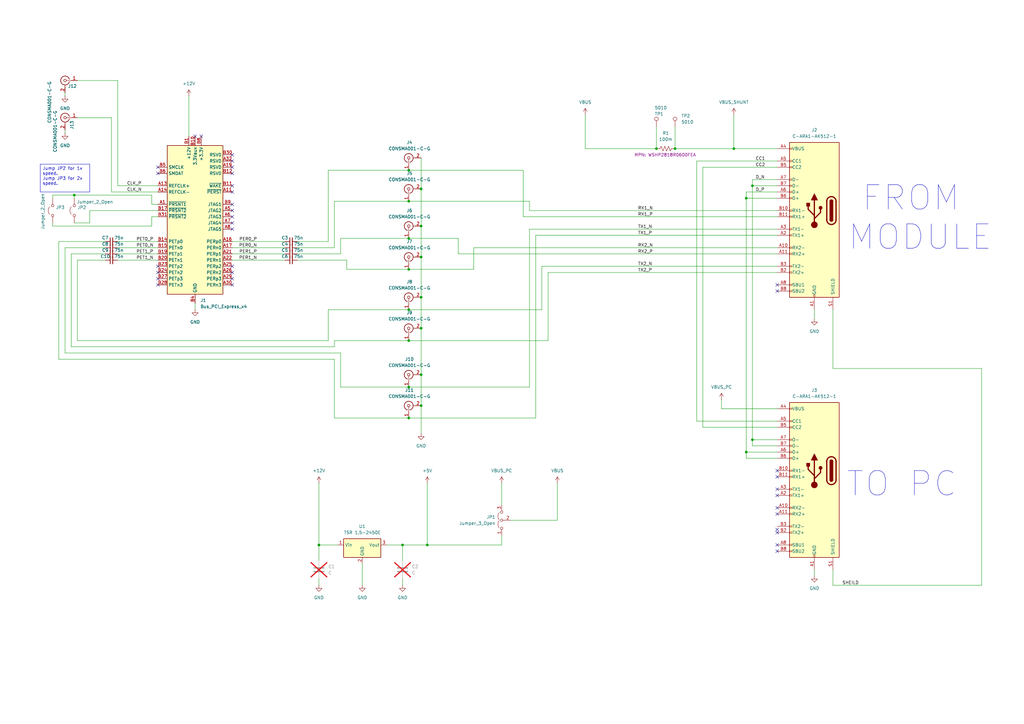
<source format=kicad_sch>
(kicad_sch (version 20250114) (generator "eeschema") (generator_version "9.0")
  (paper "A3")
  (lib_symbols
    (symbol "Connector:Bus_PCI_Express_x4"
      (property "Reference" "J" (at -8.89 33.02 0))
      (property "Value" "Bus_PCI_Express_x4" (at 12.7 33.02 0))
      (symbol "Bus_PCI_Express_x4_0_1"
        (rectangle (start -11.43 31.75) (end 11.43 -29.21) (stroke (width 0.254)) (fill (type background)))
      )
      (symbol "Bus_PCI_Express_x4_1_1"
        (pin input line (at -15.24 22.86 0) (length 3.81) (name "SMCLK") (number "B5"))
        (pin bidirectional line (at -15.24 20.32 0) (length 3.81) (name "SMDAT") (number "B6"))
        (pin input line (at -15.24 15.24 0) (length 3.81) (name "REFCLK+") (number "A13"))
        (pin input line (at -15.24 12.7 0) (length 3.81) (name "REFCLK-") (number "A14"))
        (pin passive line (at -15.24 7.62 0) (length 3.81) (name "~{PRSNT1}") (number "A1"))
        (pin passive line (at -15.24 5.08 0) (length 3.81) (name "~{PRSNT2}") (number "B17"))
        (pin passive line (at -15.24 2.54 0) (length 3.81) (name "~{PRSNT2}") (number "B31"))
        (pin input line (at -15.24 -7.62 0) (length 3.81) (name "PETp0") (number "B14"))
        (pin input line (at -15.24 -10.16 0) (length 3.81) (name "PETn0") (number "B15"))
        (pin input line (at -15.24 -12.7 0) (length 3.81) (name "PETp1") (number "B19"))
        (pin input line (at -15.24 -15.24 0) (length 3.81) (name "PETn1") (number "B20"))
        (pin input line (at -15.24 -17.78 0) (length 3.81) (name "PETp2") (number "B23"))
        (pin input line (at -15.24 -20.32 0) (length 3.81) (name "PETn2") (number "B24"))
        (pin input line (at -15.24 -22.86 0) (length 3.81) (name "PETp3") (number "B27"))
        (pin input line (at -15.24 -25.4 0) (length 3.81) (name "PETn3") (number "B28"))
        (pin passive line (at -2.54 35.56 270) (length 3.81) (hide yes) (name "+12V") (number "A2"))
        (pin passive line (at -2.54 35.56 270) (length 3.81) (hide yes) (name "+12V") (number "A3"))
        (pin power_in line (at -2.54 35.56 270) (length 3.81) (name "+12V") (number "B1"))
        (pin passive line (at -2.54 35.56 270) (length 3.81) (hide yes) (name "+12V") (number "B2"))
        (pin passive line (at -2.54 35.56 270) (length 3.81) (hide yes) (name "+12V") (number "B3"))
        (pin power_in line (at 0 35.56 270) (length 3.81) (name "3.3Vaux") (number "B10"))
        (pin passive line (at 0 -33.02 90) (length 3.81) (hide yes) (name "GND") (number "A12"))
        (pin passive line (at 0 -33.02 90) (length 3.81) (hide yes) (name "GND") (number "A15"))
        (pin passive line (at 0 -33.02 90) (length 3.81) (hide yes) (name "GND") (number "A18"))
        (pin passive line (at 0 -33.02 90) (length 3.81) (hide yes) (name "GND") (number "A20"))
        (pin passive line (at 0 -33.02 90) (length 3.81) (hide yes) (name "GND") (number "A23"))
        (pin passive line (at 0 -33.02 90) (length 3.81) (hide yes) (name "GND") (number "A24"))
        (pin passive line (at 0 -33.02 90) (length 3.81) (hide yes) (name "GND") (number "A27"))
        (pin passive line (at 0 -33.02 90) (length 3.81) (hide yes) (name "GND") (number "A28"))
        (pin passive line (at 0 -33.02 90) (length 3.81) (hide yes) (name "GND") (number "A31"))
        (pin passive line (at 0 -33.02 90) (length 3.81) (hide yes) (name "GND") (number "A4"))
        (pin passive line (at 0 -33.02 90) (length 3.81) (hide yes) (name "GND") (number "B13"))
        (pin passive line (at 0 -33.02 90) (length 3.81) (hide yes) (name "GND") (number "B16"))
        (pin passive line (at 0 -33.02 90) (length 3.81) (hide yes) (name "GND") (number "B18"))
        (pin passive line (at 0 -33.02 90) (length 3.81) (hide yes) (name "GND") (number "B21"))
        (pin passive line (at 0 -33.02 90) (length 3.81) (hide yes) (name "GND") (number "B22"))
        (pin passive line (at 0 -33.02 90) (length 3.81) (hide yes) (name "GND") (number "B25"))
        (pin passive line (at 0 -33.02 90) (length 3.81) (hide yes) (name "GND") (number "B26"))
        (pin passive line (at 0 -33.02 90) (length 3.81) (hide yes) (name "GND") (number "B29"))
        (pin passive line (at 0 -33.02 90) (length 3.81) (hide yes) (name "GND") (number "B32"))
        (pin power_in line (at 0 -33.02 90) (length 3.81) (name "GND") (number "B4"))
        (pin passive line (at 0 -33.02 90) (length 3.81) (hide yes) (name "GND") (number "B7"))
        (pin passive line (at 2.54 35.56 270) (length 3.81) (hide yes) (name "+3.3V") (number "A10"))
        (pin passive line (at 2.54 35.56 270) (length 3.81) (hide yes) (name "+3.3V") (number "A9"))
        (pin power_in line (at 2.54 35.56 270) (length 3.81) (name "+3.3V") (number "B8"))
        (pin passive line (at 15.24 27.94 180) (length 3.81) (name "RSVD") (number "B30"))
        (pin passive line (at 15.24 25.4 180) (length 3.81) (name "RSVD") (number "A32"))
        (pin passive line (at 15.24 22.86 180) (length 3.81) (name "RSVD") (number "A19"))
        (pin passive line (at 15.24 20.32 180) (length 3.81) (name "RSVD") (number "B12"))
        (pin open_collector line (at 15.24 15.24 180) (length 3.81) (name "~{WAKE}") (number "B11"))
        (pin input line (at 15.24 12.7 180) (length 3.81) (name "~{PERST}") (number "A11"))
        (pin input line (at 15.24 7.62 180) (length 3.81) (name "JTAG1") (number "B9"))
        (pin input line (at 15.24 5.08 180) (length 3.81) (name "JTAG2") (number "A5"))
        (pin input line (at 15.24 2.54 180) (length 3.81) (name "JTAG3") (number "A6"))
        (pin output line (at 15.24 0 180) (length 3.81) (name "JTAG4") (number "A7"))
        (pin input line (at 15.24 -2.54 180) (length 3.81) (name "JTAG5") (number "A8"))
        (pin output line (at 15.24 -7.62 180) (length 3.81) (name "PERp0") (number "A16"))
        (pin output line (at 15.24 -10.16 180) (length 3.81) (name "PERn0") (number "A17"))
        (pin output line (at 15.24 -12.7 180) (length 3.81) (name "PERp1") (number "A21"))
        (pin output line (at 15.24 -15.24 180) (length 3.81) (name "PERn1") (number "A22"))
        (pin output line (at 15.24 -17.78 180) (length 3.81) (name "PERp2") (number "A25"))
        (pin output line (at 15.24 -20.32 180) (length 3.81) (name "PERn2") (number "A26"))
        (pin output line (at 15.24 -22.86 180) (length 3.81) (name "PERp3") (number "A29"))
        (pin output line (at 15.24 -25.4 180) (length 3.81) (name "PERn3") (number "A30"))
      )
    )
    (symbol "Connector:Conn_Coaxial" (pin_names (offset 1.016) (hide yes))
      (property "Reference" "J" (at 0.254 3.048 0))
      (property "Value" "Conn_Coaxial" (at 2.921 0 90))
      (symbol "Conn_Coaxial_0_1"
        (polyline (pts (xy -2.54 0) (xy -0.508 0)))
        (arc (start 1.778 0) (mid 0.222 -1.8079) (end -1.778 -0.508) (stroke (width 0.254)))
        (arc (start -1.778 0.508) (mid 0.2221 1.8084) (end 1.778 0) (stroke (width 0.254)))
        (circle (center 0 0) (radius 0.508) (stroke (width 0.2032)))
        (polyline (pts (xy 0 -2.54) (xy 0 -1.778)))
      )
      (symbol "Conn_Coaxial_1_1"
        (pin passive line (at -5.08 0 0) (length 2.54) (name "In") (number "1"))
        (pin passive line (at 0 -5.08 90) (length 2.54) (name "Ext") (number "2"))
      )
    )
    (symbol "Connector:TestPoint" (pin_numbers (hide yes)) (pin_names (offset 0.762) (hide yes))
      (property "Reference" "TP" (at 0 6.858 0))
      (property "Value" "TestPoint" (at 0 5.08 0))
      (symbol "TestPoint_0_1"
        (circle (center 0 3.302) (radius 0.762))
      )
      (symbol "TestPoint_1_1"
        (pin passive line (at 0 0 90) (length 2.54) (name "1") (number "1"))
      )
    )
    (symbol "Connector:USB_C_Receptacle" (pin_names (offset 1.016))
      (property "Reference" "J" (at -10.16 29.21 0))
      (property "Value" "USB_C_Receptacle" (at 10.16 29.21 0))
      (symbol "USB_C_Receptacle_0_0"
        (rectangle (start -0.254 -35.56) (end 0.254 -34.544))
        (rectangle (start 10.16 25.654) (end 9.144 25.146))
        (rectangle (start 10.16 20.574) (end 9.144 20.066))
        (rectangle (start 10.16 18.034) (end 9.144 17.526))
        (rectangle (start 10.16 12.954) (end 9.144 12.446))
        (rectangle (start 10.16 10.414) (end 9.144 9.906))
        (rectangle (start 10.16 7.874) (end 9.144 7.366))
        (rectangle (start 10.16 5.334) (end 9.144 4.826))
        (rectangle (start 10.16 0.254) (end 9.144 -0.254))
        (rectangle (start 10.16 -2.286) (end 9.144 -2.794))
        (rectangle (start 10.16 -7.366) (end 9.144 -7.874))
        (rectangle (start 10.16 -9.906) (end 9.144 -10.414))
        (rectangle (start 10.16 -14.986) (end 9.144 -15.494))
        (rectangle (start 10.16 -17.526) (end 9.144 -18.034))
        (rectangle (start 10.16 -22.606) (end 9.144 -23.114))
        (rectangle (start 10.16 -25.146) (end 9.144 -25.654))
        (rectangle (start 10.16 -30.226) (end 9.144 -30.734))
        (rectangle (start 10.16 -32.766) (end 9.144 -33.274))
      )
      (symbol "USB_C_Receptacle_0_1"
        (rectangle (start -10.16 27.94) (end 10.16 -35.56) (stroke (width 0.254)) (fill (type background)))
        (polyline (pts (xy -8.89 -3.81) (xy -8.89 3.81)) (stroke (width 0.508)))
        (rectangle (start -7.62 -3.81) (end -6.35 3.81) (stroke (width 0.254)) (fill (type outline)))
        (arc (start -7.62 3.81) (mid -6.985 4.4423) (end -6.35 3.81) (stroke (width 0.254)))
        (arc (start -7.62 3.81) (mid -6.985 4.4423) (end -6.35 3.81) (stroke (width 0.254)) (fill (type outline)))
        (arc (start -8.89 3.81) (mid -6.985 5.7067) (end -5.08 3.81) (stroke (width 0.508)))
        (arc (start -5.08 -3.81) (mid -6.985 -5.7067) (end -8.89 -3.81) (stroke (width 0.508)))
        (arc (start -6.35 -3.81) (mid -6.985 -4.4423) (end -7.62 -3.81) (stroke (width 0.254)))
        (arc (start -6.35 -3.81) (mid -6.985 -4.4423) (end -7.62 -3.81) (stroke (width 0.254)) (fill (type outline)))
        (polyline (pts (xy -5.08 3.81) (xy -5.08 -3.81)) (stroke (width 0.508)))
      )
      (symbol "USB_C_Receptacle_1_1"
        (circle (center -2.54 1.143) (radius 0.635) (stroke (width 0.254)) (fill (type outline)))
        (polyline (pts (xy -1.27 4.318) (xy 0 6.858) (xy 1.27 4.318) (xy -1.27 4.318)) (stroke (width 0.254)) (fill (type outline)))
        (polyline (pts (xy 0 -2.032) (xy 2.54 0.508) (xy 2.54 1.778)) (stroke (width 0.508)))
        (polyline (pts (xy 0 -3.302) (xy -2.54 -0.762) (xy -2.54 0.508)) (stroke (width 0.508)))
        (polyline (pts (xy 0 -5.842) (xy 0 4.318)) (stroke (width 0.508)))
        (circle (center 0 -5.842) (radius 1.27) (fill (type outline)))
        (rectangle (start 1.905 1.778) (end 3.175 3.048) (stroke (width 0.254)) (fill (type outline)))
        (pin passive line (at -7.62 -40.64 90) (length 5.08) (name "SHIELD") (number "S1"))
        (pin passive line (at 0 -40.64 90) (length 5.08) (name "GND") (number "A1"))
        (pin passive line (at 0 -40.64 90) (length 5.08) (hide yes) (name "GND") (number "A12"))
        (pin passive line (at 0 -40.64 90) (length 5.08) (hide yes) (name "GND") (number "B1"))
        (pin passive line (at 0 -40.64 90) (length 5.08) (hide yes) (name "GND") (number "B12"))
        (pin passive line (at 15.24 25.4 180) (length 5.08) (name "VBUS") (number "A4"))
        (pin passive line (at 15.24 25.4 180) (length 5.08) (hide yes) (name "VBUS") (number "A9"))
        (pin passive line (at 15.24 25.4 180) (length 5.08) (hide yes) (name "VBUS") (number "B4"))
        (pin passive line (at 15.24 25.4 180) (length 5.08) (hide yes) (name "VBUS") (number "B9"))
        (pin bidirectional line (at 15.24 20.32 180) (length 5.08) (name "CC1") (number "A5"))
        (pin bidirectional line (at 15.24 17.78 180) (length 5.08) (name "CC2") (number "B5"))
        (pin bidirectional line (at 15.24 12.7 180) (length 5.08) (name "D-") (number "A7"))
        (pin bidirectional line (at 15.24 10.16 180) (length 5.08) (name "D-") (number "B7"))
        (pin bidirectional line (at 15.24 7.62 180) (length 5.08) (name "D+") (number "A6"))
        (pin bidirectional line (at 15.24 5.08 180) (length 5.08) (name "D+") (number "B6"))
        (pin bidirectional line (at 15.24 0 180) (length 5.08) (name "RX1-") (number "B10"))
        (pin bidirectional line (at 15.24 -2.54 180) (length 5.08) (name "RX1+") (number "B11"))
        (pin bidirectional line (at 15.24 -7.62 180) (length 5.08) (name "TX1-") (number "A3"))
        (pin bidirectional line (at 15.24 -10.16 180) (length 5.08) (name "TX1+") (number "A2"))
        (pin bidirectional line (at 15.24 -15.24 180) (length 5.08) (name "RX2-") (number "A10"))
        (pin bidirectional line (at 15.24 -17.78 180) (length 5.08) (name "RX2+") (number "A11"))
        (pin bidirectional line (at 15.24 -22.86 180) (length 5.08) (name "TX2-") (number "B3"))
        (pin bidirectional line (at 15.24 -25.4 180) (length 5.08) (name "TX2+") (number "B2"))
        (pin bidirectional line (at 15.24 -30.48 180) (length 5.08) (name "SBU1") (number "A8"))
        (pin bidirectional line (at 15.24 -33.02 180) (length 5.08) (name "SBU2") (number "B8"))
      )
    )
    (symbol "Device:C" (pin_numbers (hide yes)) (pin_names (offset 0.254))
      (property "Reference" "C" (at 0.635 2.54 0))
      (property "Value" "C" (at 0.635 -2.54 0))
      (symbol "C_0_1"
        (polyline (pts (xy -2.032 0.762) (xy 2.032 0.762)) (stroke (width 0.508)))
        (polyline (pts (xy -2.032 -0.762) (xy 2.032 -0.762)) (stroke (width 0.508)))
      )
      (symbol "C_1_1"
        (pin passive line (at 0 3.81 270) (length 2.794) (name "~") (number "1"))
        (pin passive line (at 0 -3.81 90) (length 2.794) (name "~") (number "2"))
      )
    )
    (symbol "Device:C_Small" (pin_numbers (hide yes)) (pin_names (offset 0.254) (hide yes))
      (property "Reference" "C" (at 0.254 1.778 0))
      (property "Value" "C_Small" (at 0.254 -2.032 0))
      (symbol "C_Small_0_1"
        (polyline (pts (xy -1.524 0.508) (xy 1.524 0.508)) (stroke (width 0.3048)))
        (polyline (pts (xy -1.524 -0.508) (xy 1.524 -0.508)) (stroke (width 0.3302)))
      )
      (symbol "C_Small_1_1"
        (pin passive line (at 0 2.54 270) (length 2.032) (name "~") (number "1"))
        (pin passive line (at 0 -2.54 90) (length 2.032) (name "~") (number "2"))
      )
    )
    (symbol "Device:R_US" (pin_numbers (hide yes)) (pin_names (offset 0))
      (property "Reference" "R" (at 2.54 0 90))
      (property "Value" "R_US" (at -2.54 0 90))
      (symbol "R_US_0_1"
        (polyline (pts (xy 0 2.286) (xy 0 2.54)))
        (polyline (pts (xy 0 2.286) (xy 1.016 1.905) (xy 0 1.524) (xy -1.016 1.143) (xy 0 0.762)))
        (polyline (pts (xy 0 0.762) (xy 1.016 0.381) (xy 0 0) (xy -1.016 -0.381) (xy 0 -0.762)))
        (polyline (pts (xy 0 -0.762) (xy 1.016 -1.143) (xy 0 -1.524) (xy -1.016 -1.905) (xy 0 -2.286)))
        (polyline (pts (xy 0 -2.286) (xy 0 -2.54)))
      )
      (symbol "R_US_1_1"
        (pin passive line (at 0 3.81 270) (length 1.27) (name "~") (number "1"))
        (pin passive line (at 0 -3.81 90) (length 1.27) (name "~") (number "2"))
      )
    )
    (symbol "Jumper:Jumper_2_Open" (pin_numbers (hide yes)) (pin_names (offset 0) (hide yes)) (exclude_from_sim yes)
      (property "Reference" "JP" (at 0 2.794 0))
      (property "Value" "Jumper_2_Open" (at 0 -2.286 0))
      (symbol "Jumper_2_Open_0_0"
        (circle (center -2.032 0) (radius 0.508))
        (circle (center 2.032 0) (radius 0.508))
      )
      (symbol "Jumper_2_Open_0_1"
        (arc (start -1.524 1.27) (mid 0 1.778) (end 1.524 1.27))
      )
      (symbol "Jumper_2_Open_1_1"
        (pin passive line (at -5.08 0 0) (length 2.54) (name "A") (number "1"))
        (pin passive line (at 5.08 0 180) (length 2.54) (name "B") (number "2"))
      )
    )
    (symbol "Jumper:Jumper_3_Open" (pin_names (offset 0) (hide yes)) (exclude_from_sim yes) (in_bom no)
      (property "Reference" "JP" (at -2.54 -2.54 0))
      (property "Value" "Jumper_3_Open" (at 0 2.794 0))
      (symbol "Jumper_3_Open_0_0"
        (circle (center -3.302 0) (radius 0.508))
        (circle (center 0 0) (radius 0.508))
        (circle (center 3.302 0) (radius 0.508))
      )
      (symbol "Jumper_3_Open_0_1"
        (arc (start -3.048 1.016) (mid -1.651 1.4992) (end -0.254 1.016))
        (polyline (pts (xy 0 -0.508) (xy 0 -1.27)))
        (arc (start 0.254 1.016) (mid 1.651 1.4992) (end 3.048 1.016))
      )
      (symbol "Jumper_3_Open_1_1"
        (pin passive line (at -6.35 0 0) (length 2.54) (name "A") (number "1"))
        (pin passive line (at 0 -3.81 90) (length 2.54) (name "C") (number "2"))
        (pin passive line (at 6.35 0 180) (length 2.54) (name "B") (number "3"))
      )
    )
    (symbol "Regulator_Switching:TSR_1-2450"
      (property "Reference" "U" (at -7.62 6.35 0))
      (property "Value" "TSR_1-2450" (at -1.27 6.35 0))
      (symbol "TSR_1-2450_0_1"
        (rectangle (start -7.62 5.08) (end 7.62 -2.54) (stroke (width 0.254)) (fill (type background)))
      )
      (symbol "TSR_1-2450_1_1"
        (pin power_in line (at -10.16 2.54 0) (length 2.54) (name "Vin") (number "1"))
        (pin power_in line (at 0 -5.08 90) (length 2.54) (name "GND") (number "2"))
        (pin power_out line (at 10.16 2.54 180) (length 2.54) (name "Vout") (number "3"))
      )
    )
    (symbol "power:+12V" (power) (pin_numbers (hide yes)) (pin_names (offset 0) (hide yes))
      (property "Value" "+12V" (at 0 3.556 0))
      (symbol "+12V_0_1"
        (polyline (pts (xy -0.762 1.27) (xy 0 2.54)))
        (polyline (pts (xy 0 2.54) (xy 0.762 1.27)))
        (polyline (pts (xy 0 0) (xy 0 2.54)))
      )
      (symbol "+12V_1_1"
        (pin power_in line (at 0 0 90) (length 0) (name "~") (number "1"))
      )
    )
    (symbol "power:GND" (power) (pin_numbers (hide yes)) (pin_names (offset 0) (hide yes))
      (property "Value" "GND" (at 0 -3.81 0))
      (symbol "GND_0_1"
        (polyline (pts (xy 0 0) (xy 0 -1.27) (xy 1.27 -1.27) (xy 0 -2.54) (xy -1.27 -1.27) (xy 0 -1.27)))
      )
      (symbol "GND_1_1"
        (pin power_in line (at 0 0 270) (length 0) (name "~") (number "1"))
      )
    )
    (symbol "power:VBUS" (power) (pin_numbers (hide yes)) (pin_names (offset 0) (hide yes))
      (property "Value" "VBUS" (at 0 3.556 0))
      (symbol "VBUS_0_1"
        (polyline (pts (xy -0.762 1.27) (xy 0 2.54)))
        (polyline (pts (xy 0 2.54) (xy 0.762 1.27)))
        (polyline (pts (xy 0 0) (xy 0 2.54)))
      )
      (symbol "VBUS_1_1"
        (pin power_in line (at 0 0 90) (length 0) (name "~") (number "1"))
      )
    )
  )
  (text "FROM \nMODULE" (at 377.444 89.408 0) (effects (font (size 10 10))))
  (text "TO PC" (at 369.824 198.628 0) (effects (font (size 10 10))))
  (text_box "Jump JP2 for 1x speed.\nJump JP3 for 2x speed." (at 16.51 67.31 0) (size 20.32 11.43) (margins 0.9525 0.9525 0.9525 0.9525) (effects (font (size 1.27 1.27)) (justify left top)))
  (junction (at 130.81 223.52))
  (junction (at 167.64 69.85))
  (junction (at 172.72 121.92))
  (junction (at 300.99 60.96))
  (junction (at 167.64 110.49))
  (junction (at 269.24 60.96))
  (junction (at 167.64 82.55))
  (junction (at 175.26 223.52))
  (junction (at 172.72 92.71))
  (junction (at 306.07 81.28))
  (junction (at 167.64 139.7))
  (junction (at 172.72 134.62))
  (junction (at 308.61 76.2))
  (junction (at 30.48 80.01))
  (junction (at 172.72 166.37))
  (junction (at 172.72 77.47))
  (junction (at 167.64 127))
  (junction (at 167.64 171.45))
  (junction (at 306.07 185.42))
  (junction (at 167.64 97.79))
  (junction (at 165.1 223.52))
  (junction (at 172.72 105.41))
  (junction (at 308.61 180.34))
  (junction (at 276.86 60.96))
  (junction (at 167.64 158.75))
  (junction (at 172.72 153.67))
  (no_connect (at 318.77 218.44))
  (no_connect (at 318.77 210.82))
  (no_connect (at 95.25 114.3))
  (no_connect (at 95.25 91.44))
  (no_connect (at 95.25 63.5))
  (no_connect (at 82.55 55.88))
  (no_connect (at 64.77 71.12))
  (no_connect (at 318.77 208.28))
  (no_connect (at 95.25 68.58))
  (no_connect (at 318.77 223.52))
  (no_connect (at 64.77 111.76))
  (no_connect (at 318.77 203.2))
  (no_connect (at 318.77 226.06))
  (no_connect (at 64.77 114.3))
  (no_connect (at 95.25 93.98))
  (no_connect (at 318.77 119.38))
  (no_connect (at 318.77 217.17))
  (no_connect (at 95.25 78.74))
  (no_connect (at 95.25 71.12))
  (no_connect (at 80.01 55.88))
  (no_connect (at 95.25 88.9))
  (no_connect (at 64.77 116.84))
  (no_connect (at 95.25 111.76))
  (no_connect (at 318.77 200.66))
  (no_connect (at 95.25 76.2))
  (no_connect (at 95.25 116.84))
  (no_connect (at 95.25 109.22))
  (no_connect (at 64.77 109.22))
  (no_connect (at 95.25 83.82))
  (no_connect (at 64.77 68.58))
  (no_connect (at 318.77 116.84))
  (no_connect (at 95.25 86.36))
  (no_connect (at 318.77 193.04))
  (no_connect (at 95.25 66.04))
  (no_connect (at 318.77 195.58))
  (wire (pts (xy 36.83 86.36) (xy 64.77 86.36)))
  (wire (pts (xy 209.55 213.36) (xy 228.6 213.36)))
  (wire (pts (xy 167.64 82.55) (xy 217.17 82.55)))
  (wire (pts (xy 222.25 127) (xy 167.64 127)))
  (wire (pts (xy 175.26 223.52) (xy 205.74 223.52)))
  (wire (pts (xy 318.77 96.52) (xy 219.71 96.52)))
  (wire (pts (xy 308.61 73.66) (xy 308.61 76.2)))
  (wire (pts (xy 318.77 180.34) (xy 308.61 180.34)))
  (wire (pts (xy 219.71 171.45) (xy 167.64 171.45)))
  (wire (pts (xy 62.23 80.01) (xy 62.23 83.82)))
  (wire (pts (xy 306.07 185.42) (xy 306.07 187.96)))
  (wire (pts (xy 306.07 78.74) (xy 306.07 81.28)))
  (wire (pts (xy 29.21 104.14) (xy 29.21 142.24)))
  (wire (pts (xy 318.77 78.74) (xy 306.07 78.74)))
  (wire (pts (xy 130.81 223.52) (xy 138.43 223.52)))
  (wire (pts (xy 134.62 69.85) (xy 167.64 69.85)))
  (wire (pts (xy 306.07 81.28) (xy 306.07 185.42)))
  (wire (pts (xy 318.77 185.42) (xy 306.07 185.42)))
  (wire (pts (xy 172.72 77.47) (xy 172.72 92.71)))
  (wire (pts (xy 240.03 60.96) (xy 269.24 60.96)))
  (wire (pts (xy 308.61 180.34) (xy 308.61 182.88)))
  (wire (pts (xy 26.67 101.6) (xy 26.67 144.78)))
  (wire (pts (xy 31.75 139.7) (xy 134.62 139.7)))
  (wire (pts (xy 224.79 139.7) (xy 167.64 139.7)))
  (wire (pts (xy 167.64 110.49) (xy 194.31 110.49)))
  (wire (pts (xy 139.7 104.14) (xy 139.7 97.79)))
  (wire (pts (xy 318.77 93.98) (xy 217.17 93.98)))
  (wire (pts (xy 95.25 101.6) (xy 116.84 101.6)))
  (wire (pts (xy 318.77 104.14) (xy 187.96 104.14)))
  (wire (pts (xy 172.72 121.92) (xy 172.72 134.62)))
  (wire (pts (xy 318.77 109.22) (xy 222.25 109.22)))
  (wire (pts (xy 222.25 109.22) (xy 222.25 127)))
  (wire (pts (xy 300.99 60.96) (xy 318.77 60.96)))
  (wire (pts (xy 21.59 80.01) (xy 30.48 80.01)))
  (wire (pts (xy 165.1 237.49) (xy 165.1 240.03)))
  (wire (pts (xy 318.77 73.66) (xy 308.61 73.66)))
  (wire (pts (xy 142.24 110.49) (xy 167.64 110.49)))
  (wire (pts (xy 95.25 104.14) (xy 116.84 104.14)))
  (wire (pts (xy 224.79 111.76) (xy 224.79 139.7)))
  (wire (pts (xy 219.71 96.52) (xy 219.71 171.45)))
  (wire (pts (xy 31.75 33.02) (xy 48.26 33.02)))
  (wire (pts (xy 134.62 99.06) (xy 134.62 69.85)))
  (wire (pts (xy 31.75 106.68) (xy 31.75 139.7)))
  (wire (pts (xy 295.91 167.64) (xy 318.77 167.64)))
  (wire (pts (xy 21.59 92.71) (xy 62.23 92.71)))
  (wire (pts (xy 137.16 142.24) (xy 137.16 139.7)))
  (wire (pts (xy 80.01 124.46) (xy 80.01 127)))
  (wire (pts (xy 137.16 82.55) (xy 167.64 82.55)))
  (wire (pts (xy 48.26 104.14) (xy 64.77 104.14)))
  (wire (pts (xy 137.16 147.32) (xy 137.16 171.45)))
  (wire (pts (xy 48.26 101.6) (xy 64.77 101.6)))
  (wire (pts (xy 205.74 198.12) (xy 205.74 207.01)))
  (wire (pts (xy 48.26 106.68) (xy 64.77 106.68)))
  (wire (pts (xy 285.75 66.04) (xy 318.77 66.04)))
  (wire (pts (xy 172.72 92.71) (xy 172.72 105.41)))
  (wire (pts (xy 121.92 104.14) (xy 139.7 104.14)))
  (wire (pts (xy 187.96 97.79) (xy 167.64 97.79)))
  (wire (pts (xy 24.13 99.06) (xy 43.18 99.06)))
  (wire (pts (xy 402.59 151.13) (xy 402.59 240.03)))
  (wire (pts (xy 45.72 48.26) (xy 45.72 78.74)))
  (wire (pts (xy 269.24 52.07) (xy 269.24 60.96)))
  (wire (pts (xy 26.67 53.34) (xy 26.67 54.61)))
  (wire (pts (xy 187.96 104.14) (xy 187.96 97.79)))
  (wire (pts (xy 48.26 33.02) (xy 48.26 76.2)))
  (wire (pts (xy 341.63 151.13) (xy 402.59 151.13)))
  (wire (pts (xy 134.62 127) (xy 167.64 127)))
  (wire (pts (xy 306.07 187.96) (xy 318.77 187.96)))
  (wire (pts (xy 228.6 213.36) (xy 228.6 198.12)))
  (wire (pts (xy 295.91 163.83) (xy 295.91 167.64)))
  (wire (pts (xy 318.77 111.76) (xy 224.79 111.76)))
  (wire (pts (xy 172.72 64.77) (xy 172.72 77.47)))
  (wire (pts (xy 139.7 144.78) (xy 139.7 158.75)))
  (wire (pts (xy 165.1 223.52) (xy 175.26 223.52)))
  (wire (pts (xy 172.72 134.62) (xy 172.72 153.67)))
  (wire (pts (xy 30.48 91.44) (xy 36.83 91.44)))
  (wire (pts (xy 130.81 198.12) (xy 130.81 223.52)))
  (wire (pts (xy 194.31 101.6) (xy 194.31 110.49)))
  (wire (pts (xy 217.17 86.36) (xy 318.77 86.36)))
  (wire (pts (xy 29.21 104.14) (xy 43.18 104.14)))
  (wire (pts (xy 288.29 175.26) (xy 318.77 175.26)))
  (wire (pts (xy 402.59 240.03) (xy 341.63 240.03)))
  (wire (pts (xy 306.07 81.28) (xy 318.77 81.28)))
  (wire (pts (xy 172.72 153.67) (xy 172.72 166.37)))
  (wire (pts (xy 276.86 60.96) (xy 300.99 60.96)))
  (wire (pts (xy 217.17 86.36) (xy 217.17 82.55)))
  (wire (pts (xy 205.74 223.52) (xy 205.74 219.71)))
  (wire (pts (xy 240.03 46.99) (xy 240.03 60.96)))
  (wire (pts (xy 285.75 172.72) (xy 285.75 66.04)))
  (wire (pts (xy 24.13 147.32) (xy 137.16 147.32)))
  (wire (pts (xy 308.61 76.2) (xy 318.77 76.2)))
  (wire (pts (xy 48.26 76.2) (xy 64.77 76.2)))
  (wire (pts (xy 62.23 92.71) (xy 62.23 88.9)))
  (wire (pts (xy 172.72 105.41) (xy 172.72 121.92)))
  (wire (pts (xy 142.24 106.68) (xy 142.24 110.49)))
  (wire (pts (xy 130.81 237.49) (xy 130.81 240.03)))
  (wire (pts (xy 134.62 139.7) (xy 134.62 127)))
  (wire (pts (xy 341.63 240.03) (xy 341.63 233.68)))
  (wire (pts (xy 77.47 39.37) (xy 77.47 55.88)))
  (wire (pts (xy 139.7 97.79) (xy 167.64 97.79)))
  (wire (pts (xy 21.59 80.01) (xy 21.59 81.28)))
  (wire (pts (xy 288.29 68.58) (xy 288.29 175.26)))
  (wire (pts (xy 318.77 68.58) (xy 288.29 68.58)))
  (wire (pts (xy 95.25 106.68) (xy 116.84 106.68)))
  (wire (pts (xy 137.16 171.45) (xy 167.64 171.45)))
  (wire (pts (xy 64.77 78.74) (xy 45.72 78.74)))
  (wire (pts (xy 137.16 101.6) (xy 137.16 82.55)))
  (wire (pts (xy 172.72 166.37) (xy 172.72 177.8)))
  (wire (pts (xy 21.59 91.44) (xy 21.59 92.71)))
  (wire (pts (xy 158.75 223.52) (xy 165.1 223.52)))
  (wire (pts (xy 62.23 83.82) (xy 64.77 83.82)))
  (wire (pts (xy 121.92 99.06) (xy 134.62 99.06)))
  (wire (pts (xy 30.48 80.01) (xy 30.48 81.28)))
  (wire (pts (xy 334.01 127) (xy 334.01 130.81)))
  (wire (pts (xy 95.25 99.06) (xy 116.84 99.06)))
  (wire (pts (xy 137.16 139.7) (xy 167.64 139.7)))
  (wire (pts (xy 318.77 172.72) (xy 285.75 172.72)))
  (wire (pts (xy 31.75 48.26) (xy 45.72 48.26)))
  (wire (pts (xy 165.1 223.52) (xy 165.1 229.87)))
  (wire (pts (xy 167.64 69.85) (xy 214.63 69.85)))
  (wire (pts (xy 300.99 46.99) (xy 300.99 60.96)))
  (wire (pts (xy 276.86 52.07) (xy 276.86 60.96)))
  (wire (pts (xy 130.81 223.52) (xy 130.81 229.87)))
  (wire (pts (xy 62.23 88.9) (xy 64.77 88.9)))
  (wire (pts (xy 175.26 198.12) (xy 175.26 223.52)))
  (wire (pts (xy 217.17 158.75) (xy 167.64 158.75)))
  (wire (pts (xy 214.63 88.9) (xy 214.63 69.85)))
  (wire (pts (xy 121.92 101.6) (xy 137.16 101.6)))
  (wire (pts (xy 30.48 80.01) (xy 62.23 80.01)))
  (wire (pts (xy 26.67 101.6) (xy 43.18 101.6)))
  (wire (pts (xy 121.92 106.68) (xy 142.24 106.68)))
  (wire (pts (xy 334.01 233.68) (xy 334.01 236.22)))
  (wire (pts (xy 341.63 127) (xy 341.63 151.13)))
  (wire (pts (xy 24.13 99.06) (xy 24.13 147.32)))
  (wire (pts (xy 308.61 182.88) (xy 318.77 182.88)))
  (wire (pts (xy 318.77 88.9) (xy 214.63 88.9)))
  (wire (pts (xy 48.26 99.06) (xy 64.77 99.06)))
  (wire (pts (xy 31.75 106.68) (xy 43.18 106.68)))
  (wire (pts (xy 318.77 101.6) (xy 194.31 101.6)))
  (wire (pts (xy 217.17 93.98) (xy 217.17 158.75)))
  (wire (pts (xy 308.61 76.2) (xy 308.61 180.34)))
  (wire (pts (xy 139.7 158.75) (xy 167.64 158.75)))
  (wire (pts (xy 26.67 144.78) (xy 139.7 144.78)))
  (wire (pts (xy 26.67 38.1) (xy 26.67 39.37)))
  (wire (pts (xy 29.21 142.24) (xy 137.16 142.24)))
  (wire (pts (xy 36.83 91.44) (xy 36.83 86.36)))
  (wire (pts (xy 148.59 231.14) (xy 148.59 240.03)))
  (label "TX1_P" (at 261.62 96.52 0))
  (label "PET0_P" (at 55.88 99.06 0))
  (label "PET1_N" (at 55.88 106.68 0))
  (label "SHEILD" (at 345.44 240.03 0))
  (label "PER0_P" (at 105.41 99.06 180))
  (label "RX2_P" (at 261.62 104.14 0))
  (label "TX1_N" (at 261.62 93.98 0))
  (label "PER1_N" (at 105.41 106.68 180))
  (label "PET1_P" (at 55.88 104.14 0))
  (label "D_N" (at 309.88 73.66 0))
  (label "D_P" (at 309.88 78.74 0))
  (label "PER1_P" (at 105.41 104.14 180))
  (label "CLK_N" (at 52.07 78.74 0))
  (label "TX2_P" (at 261.62 111.76 0))
  (label "PER0_N" (at 105.41 101.6 180))
  (label "CLK_P" (at 52.07 76.2 0))
  (label "RX1_P" (at 261.62 88.9 0))
  (label "PET0_N" (at 55.88 101.6 0))
  (label "RX2_N" (at 261.62 101.6 0))
  (label "RX1_N" (at 261.62 86.36 0))
  (label "CC1" (at 309.88 66.04 0))
  (label "CC2" (at 309.88 68.58 0))
  (label "TX2_N" (at 261.62 109.22 0))
  (symbol (lib_id "Connector:Conn_Coaxial") (at 167.64 121.92 90) (unit 1)
    (property "Reference" "J8" (at 167.9332 115.57 90))
    (property "Value" "CONSMA001-C-G" (at 167.9332 118.11 90))
    (property "Footprint" "Connector_Coaxial:SMA_Amphenol_901-144_Vertical" (effects (hide yes)))
    (property "Description" "coaxial connector (BNC, SMA, SMB, SMC, Cinch/RCA, LEMO, ...)" (effects (hide yes)))
    (property "MPN" "CONSMA001-C-G" (effects (hide yes)))
  )
  (symbol (lib_id "Connector:Conn_Coaxial") (at 167.64 92.71 90) (unit 1)
    (property "Reference" "J6" (at 167.9332 86.36 90))
    (property "Value" "CONSMA001-C-G" (at 167.9332 88.9 90))
    (property "Footprint" "Connector_Coaxial:SMA_Amphenol_901-144_Vertical" (effects (hide yes)))
    (property "Description" "coaxial connector (BNC, SMA, SMB, SMC, Cinch/RCA, LEMO, ...)" (effects (hide yes)))
    (property "MPN" "CONSMA001-C-G" (effects (hide yes)))
  )
  (symbol (lib_id "Connector:Conn_Coaxial") (at 167.64 153.67 90) (unit 1)
    (property "Reference" "J10" (at 167.9332 147.32 90))
    (property "Value" "CONSMA001-C-G" (at 167.9332 149.86 90))
    (property "Footprint" "Connector_Coaxial:SMA_Amphenol_901-144_Vertical" (effects (hide yes)))
    (property "Description" "coaxial connector (BNC, SMA, SMB, SMC, Cinch/RCA, LEMO, ...)" (effects (hide yes)))
    (property "MPN" "CONSMA001-C-G" (effects (hide yes)))
  )
  (symbol (lib_id "Connector:Conn_Coaxial") (at 26.67 48.26 0) (mirror y) (unit 1)
    (property "Reference" "J13" (at 29.464 53.086 90) (effects (justify left)))
    (property "Value" "CONSMA001-C-G" (at 22.606 62.484 90) (effects (justify left)))
    (property "Footprint" "Connector_Coaxial:SMA_Amphenol_901-144_Vertical" (effects (hide yes)))
    (property "Description" "coaxial connector (BNC, SMA, SMB, SMC, Cinch/RCA, LEMO, ...)" (effects (hide yes)))
    (property "MPN" "CONSMA001-C-G" (effects (hide yes)))
  )
  (symbol (lib_id "Device:C_Small") (at 119.38 104.14 90) (unit 1)
    (property "Reference" "C5" (at 116.84 102.616 90))
    (property "Value" "75n" (at 122.428 102.616 90))
    (property "Footprint" "Capacitor_SMD:C_0402_1005Metric" (effects (hide yes)))
    (property "Description" "Unpolarized capacitor, small symbol" (effects (hide yes)))
  )
  (symbol (lib_id "Device:C_Small") (at 45.72 101.6 90) (unit 1)
    (property "Reference" "C8" (at 43.18 100.076 90))
    (property "Value" "75n" (at 48.768 100.076 90))
    (property "Footprint" "Capacitor_SMD:C_0402_1005Metric" (effects (hide yes)))
    (property "Description" "Unpolarized capacitor, small symbol" (effects (hide yes)))
  )
  (symbol (lib_id "Device:C_Small") (at 119.38 99.06 90) (unit 1)
    (property "Reference" "C3" (at 116.84 97.536 90))
    (property "Value" "75n" (at 122.428 97.536 90))
    (property "Footprint" "Capacitor_SMD:C_0402_1005Metric" (effects (hide yes)))
    (property "Description" "Unpolarized capacitor, small symbol" (effects (hide yes)))
  )
  (symbol (lib_id "power:GND") (at 165.1 240.03 0) (unit 1)
    (property "Reference" "#PWR019" (effects (hide yes)))
    (property "Value" "GND" (at 165.1 245.11 0))
    (property "Description" "Power symbol creates a global label with name \"GND\" , ground" (effects (hide yes)))
  )
  (symbol (lib_id "Device:C_Small") (at 45.72 106.68 90) (unit 1)
    (property "Reference" "C10" (at 43.18 105.156 90))
    (property "Value" "75n" (at 48.768 105.156 90))
    (property "Footprint" "Capacitor_SMD:C_0402_1005Metric" (effects (hide yes)))
    (property "Description" "Unpolarized capacitor, small symbol" (effects (hide yes)))
  )
  (symbol (lib_id "power:GND") (at 334.01 130.81 0) (unit 1)
    (property "Reference" "#PWR02" (effects (hide yes)))
    (property "Value" "GND" (at 334.01 135.89 0))
    (property "Description" "Power symbol creates a global label with name \"GND\" , ground" (effects (hide yes)))
  )
  (symbol (lib_id "Connector:Conn_Coaxial") (at 167.64 166.37 90) (unit 1)
    (property "Reference" "J11" (at 167.9332 160.02 90))
    (property "Value" "CONSMA001-C-G" (at 167.9332 162.56 90))
    (property "Footprint" "Connector_Coaxial:SMA_Amphenol_901-144_Vertical" (effects (hide yes)))
    (property "Description" "coaxial connector (BNC, SMA, SMB, SMC, Cinch/RCA, LEMO, ...)" (effects (hide yes)))
    (property "MPN" "CONSMA001-C-G" (effects (hide yes)))
  )
  (symbol (lib_id "power:VBUS") (at 205.74 198.12 0) (unit 1)
    (property "Reference" "#PWR017" (effects (hide yes)))
    (property "Value" "VBUS_PC" (at 205.74 193.04 0))
    (property "Description" "Power symbol creates a global label with name \"VBUS\"" (effects (hide yes)))
  )
  (symbol (lib_id "power:+12V") (at 77.47 39.37 0) (unit 1)
    (property "Reference" "#PWR010" (effects (hide yes)))
    (property "Value" "+12V" (at 77.47 34.29 0))
    (property "Description" "Power symbol creates a global label with name \"+12V\"" (effects (hide yes)))
  )
  (symbol (lib_id "Device:R_US") (at 273.05 60.96 90) (unit 1)
    (property "Reference" "R1" (at 273.05 54.61 90))
    (property "Value" "100m" (at 273.05 57.15 90))
    (property "Footprint" "Unified_Library:2818" (effects (hide yes)))
    (property "Description" "Resistor, US symbol" (effects (hide yes)))
    (property "MPN" "WSHP2818R0600FEA" (at 272.796 63.5 90) (show_name yes))
  )
  (symbol (lib_id "power:GND") (at 334.01 236.22 0) (unit 1)
    (property "Reference" "#PWR03" (effects (hide yes)))
    (property "Value" "GND" (at 334.01 241.3 0))
    (property "Description" "Power symbol creates a global label with name \"GND\" , ground" (effects (hide yes)))
  )
  (symbol (lib_id "power:VBUS") (at 300.99 46.99 0) (unit 1)
    (property "Reference" "#PWR021" (effects (hide yes)))
    (property "Value" "VBUS_SHUNT" (at 300.99 41.91 0))
    (property "Description" "Power symbol creates a global label with name \"VBUS\"" (effects (hide yes)))
  )
  (symbol (lib_id "power:GND") (at 26.67 54.61 0) (unit 1)
    (property "Reference" "#PWR013" (effects (hide yes)))
    (property "Value" "GND" (at 26.67 59.69 0))
    (property "Description" "Power symbol creates a global label with name \"GND\" , ground" (effects (hide yes)))
  )
  (symbol (lib_id "power:GND") (at 26.67 39.37 0) (unit 1)
    (property "Reference" "#PWR012" (effects (hide yes)))
    (property "Value" "GND" (at 26.67 44.45 0))
    (property "Description" "Power symbol creates a global label with name \"GND\" , ground" (effects (hide yes)))
  )
  (symbol (lib_id "Device:C_Small") (at 45.72 104.14 90) (unit 1)
    (property "Reference" "C9" (at 43.18 102.616 90))
    (property "Value" "75n" (at 48.768 102.616 90))
    (property "Footprint" "Capacitor_SMD:C_0402_1005Metric" (effects (hide yes)))
    (property "Description" "Unpolarized capacitor, small symbol" (effects (hide yes)))
  )
  (symbol (lib_id "Connector:Conn_Coaxial") (at 26.67 33.02 0) (mirror y) (unit 1)
    (property "Reference" "J12" (at 31.496 35.306 0) (effects (justify left)))
    (property "Value" "CONSMA001-C-G" (at 20.32 50.546 90) (effects (justify left)))
    (property "Footprint" "Connector_Coaxial:SMA_Amphenol_901-144_Vertical" (effects (hide yes)))
    (property "Description" "coaxial connector (BNC, SMA, SMB, SMC, Cinch/RCA, LEMO, ...)" (effects (hide yes)))
    (property "MPN" "CONSMA001-C-G" (effects (hide yes)))
  )
  (symbol (lib_id "Jumper:Jumper_2_Open") (at 30.48 86.36 90) (unit 1)
    (property "Reference" "JP2" (at 31.75 85.0899 90) (effects (justify right)))
    (property "Value" "Jumper_2_Open" (at 31.496 82.804 90) (effects (justify right)))
    (property "Footprint" "Connector_PinHeader_2.54mm:PinHeader_1x02_P2.54mm_Vertical" (effects (hide yes)))
    (property "Description" "Jumper, 2-pole, open" (effects (hide yes)))
  )
  (symbol (lib_id "Connector:Conn_Coaxial") (at 167.64 134.62 90) (unit 1)
    (property "Reference" "J9" (at 167.9332 128.27 90))
    (property "Value" "CONSMA001-C-G" (at 167.9332 130.81 90))
    (property "Footprint" "Connector_Coaxial:SMA_Amphenol_901-144_Vertical" (effects (hide yes)))
    (property "Description" "coaxial connector (BNC, SMA, SMB, SMC, Cinch/RCA, LEMO, ...)" (effects (hide yes)))
    (property "MPN" "CONSMA001-C-G" (effects (hide yes)))
  )
  (symbol (lib_id "power:VBUS") (at 175.26 198.12 0) (unit 1)
    (property "Reference" "#PWR020" (effects (hide yes)))
    (property "Value" "+5V" (at 175.26 193.04 0))
    (property "Description" "Power symbol creates a global label with name \"VBUS\"" (effects (hide yes)))
  )
  (symbol (lib_id "Device:C_Small") (at 45.72 99.06 90) (unit 1)
    (property "Reference" "C7" (at 43.18 97.536 90))
    (property "Value" "75n" (at 48.768 97.536 90))
    (property "Footprint" "Capacitor_SMD:C_0402_1005Metric" (effects (hide yes)))
    (property "Description" "Unpolarized capacitor, small symbol" (effects (hide yes)))
  )
  (symbol (lib_id "power:VBUS") (at 228.6 198.12 0) (unit 1)
    (property "Reference" "#PWR016" (effects (hide yes)))
    (property "Value" "VBUS" (at 228.6 193.04 0))
    (property "Description" "Power symbol creates a global label with name \"VBUS\"" (effects (hide yes)))
  )
  (symbol (lib_id "Device:C") (at 165.1 233.68 0) (unit 1) (in_bom no) (dnp yes)
    (property "Reference" "C2" (at 168.91 232.4099 0) (effects (justify left)))
    (property "Value" "C" (at 168.91 234.9499 0) (effects (justify left)))
    (property "Footprint" "Capacitor_SMD:C_1206_3216Metric" (effects (hide yes)))
    (property "Description" "Unpolarized capacitor" (effects (hide yes)))
  )
  (symbol (lib_id "Jumper:Jumper_2_Open") (at 21.59 86.36 90) (unit 1)
    (property "Reference" "JP3" (at 22.86 85.0899 90) (effects (justify right)))
    (property "Value" "Jumper_2_Open" (at 17.526 79.248 0) (effects (justify right)))
    (property "Footprint" "Connector_PinHeader_2.54mm:PinHeader_1x02_P2.54mm_Vertical" (effects (hide yes)))
    (property "Description" "Jumper, 2-pole, open" (effects (hide yes)))
  )
  (symbol (lib_id "power:GND") (at 80.01 127 0) (unit 1)
    (property "Reference" "#PWR01" (effects (hide yes)))
    (property "Value" "GND" (at 80.01 132.08 0))
    (property "Description" "Power symbol creates a global label with name \"GND\" , ground" (effects (hide yes)))
  )
  (symbol (lib_id "Regulator_Switching:TSR_1-2450") (at 148.59 226.06 0) (unit 1)
    (property "Reference" "U1" (at 148.59 215.9 0))
    (property "Value" "TSR 1.5-2450E" (at 148.59 218.44 0))
    (property "Footprint" "Converter_DCDC:Converter_DCDC_TRACO_TSR-1_THT" (effects (hide yes)))
    (property "Datasheet" "http://www.tracopower.com/products/tsr1.pdf" (effects (hide yes)))
    (property "Description" "1A step-down regulator module, fixed 5V output voltage, 5-36V input voltage, -40°C to +85°C temperature range, TO-220 compatible LM78xx replacement" (effects (hide yes)))
  )
  (symbol (lib_id "Connector:USB_C_Receptacle") (at 334.01 193.04 0) (mirror y) (unit 1)
    (property "Reference" "J3" (at 334.01 160.02 0))
    (property "Value" "C-ARA1-AK512-1" (at 334.01 162.56 0))
    (property "Footprint" "Connector_USB:USB_C_Receptacle_CNCTech_C-ARA1-AK51X" (effects (hide yes)))
    (property "Datasheet" "https://www.usb.org/sites/default/files/documents/usb_type-c.zip" (effects (hide yes)))
    (property "Description" "USB Full-Featured Type-C Receptacle connector" (effects (hide yes)))
    (property "MPN" "C-ARA1-AK512-1" (effects (hide yes)))
  )
  (symbol (lib_id "power:GND") (at 172.72 177.8 0) (unit 1)
    (property "Reference" "#PWR011" (effects (hide yes)))
    (property "Value" "GND" (at 172.72 182.88 0))
    (property "Description" "Power symbol creates a global label with name \"GND\" , ground" (effects (hide yes)))
  )
  (symbol (lib_id "power:GND") (at 148.59 240.03 0) (unit 1)
    (property "Reference" "#PWR014" (effects (hide yes)))
    (property "Value" "GND" (at 148.59 245.11 0))
    (property "Description" "Power symbol creates a global label with name \"GND\" , ground" (effects (hide yes)))
  )
  (symbol (lib_id "Connector:Conn_Coaxial") (at 167.64 77.47 90) (unit 1)
    (property "Reference" "J5" (at 167.9332 71.12 90))
    (property "Value" "CONSMA001-C-G" (at 167.9332 73.66 90))
    (property "Footprint" "Connector_Coaxial:SMA_Amphenol_901-144_Vertical" (effects (hide yes)))
    (property "Description" "coaxial connector (BNC, SMA, SMB, SMC, Cinch/RCA, LEMO, ...)" (effects (hide yes)))
    (property "MPN" "CONSMA001-C-G" (effects (hide yes)))
  )
  (symbol (lib_id "Connector:TestPoint") (at 276.86 52.07 0) (unit 1)
    (property "Reference" "TP2" (at 279.4 47.4979 0) (effects (justify left)))
    (property "Value" "5010" (at 279.4 50.0379 0) (effects (justify left)))
    (property "Footprint" "TestPoint:TestPoint_Keystone_5010-5014_Multipurpose" (effects (hide yes)))
    (property "Description" "test point" (effects (hide yes)))
    (property "MPN" "5010" (effects (hide yes)))
  )
  (symbol (lib_id "power:VBUS") (at 295.91 163.83 0) (unit 1)
    (property "Reference" "#PWR09" (effects (hide yes)))
    (property "Value" "VBUS_PC" (at 295.91 158.75 0))
    (property "Description" "Power symbol creates a global label with name \"VBUS\"" (effects (hide yes)))
  )
  (symbol (lib_id "Connector:Conn_Coaxial") (at 167.64 105.41 90) (unit 1)
    (property "Reference" "J7" (at 167.9332 99.06 90))
    (property "Value" "CONSMA001-C-G" (at 167.9332 101.6 90))
    (property "Footprint" "Connector_Coaxial:SMA_Amphenol_901-144_Vertical" (effects (hide yes)))
    (property "Description" "coaxial connector (BNC, SMA, SMB, SMC, Cinch/RCA, LEMO, ...)" (effects (hide yes)))
    (property "MPN" "CONSMA001-C-G" (effects (hide yes)))
  )
  (symbol (lib_id "power:+12V") (at 130.81 198.12 0) (unit 1)
    (property "Reference" "#PWR015" (effects (hide yes)))
    (property "Value" "+12V" (at 130.81 193.04 0))
    (property "Description" "Power symbol creates a global label with name \"+12V\"" (effects (hide yes)))
  )
  (symbol (lib_id "power:VBUS") (at 240.03 46.99 0) (unit 1)
    (property "Reference" "#PWR08" (effects (hide yes)))
    (property "Value" "VBUS" (at 240.03 41.91 0))
    (property "Description" "Power symbol creates a global label with name \"VBUS\"" (effects (hide yes)))
  )
  (symbol (lib_id "Connector:Bus_PCI_Express_x4") (at 80.01 91.44 0) (unit 1)
    (property "Reference" "J1" (at 82.1533 123.19 0) (effects (justify left)))
    (property "Value" "Bus_PCI_Express_x4" (at 82.1533 125.73 0) (effects (justify left)))
    (property "Footprint" "Connector_PCBEdge:BUS_PCIexpress_x4" (effects (hide yes)))
    (property "Datasheet" "http://www.ritrontek.com/uploadfile/2016/1026/20161026105231124.pdf#page=63" (effects (hide yes)))
    (property "Description" "PCI Express bus connector x4" (effects (hide yes)))
  )
  (symbol (lib_id "Device:C_Small") (at 119.38 101.6 90) (unit 1)
    (property "Reference" "C4" (at 116.84 100.076 90))
    (property "Value" "75n" (at 122.428 100.076 90))
    (property "Footprint" "Capacitor_SMD:C_0402_1005Metric" (effects (hide yes)))
    (property "Description" "Unpolarized capacitor, small symbol" (effects (hide yes)))
  )
  (symbol (lib_id "power:GND") (at 130.81 240.03 0) (unit 1)
    (property "Reference" "#PWR018" (effects (hide yes)))
    (property "Value" "GND" (at 130.81 245.11 0))
    (property "Description" "Power symbol creates a global label with name \"GND\" , ground" (effects (hide yes)))
  )
  (symbol (lib_id "Connector:TestPoint") (at 269.24 52.07 0) (unit 1)
    (property "Reference" "TP1" (at 268.478 46.736 0) (effects (justify left)))
    (property "Value" "5010" (at 268.478 44.196 0) (effects (justify left)))
    (property "Footprint" "TestPoint:TestPoint_Keystone_5010-5014_Multipurpose" (effects (hide yes)))
    (property "Description" "test point" (effects (hide yes)))
    (property "MPN" "5010" (effects (hide yes)))
  )
  (symbol (lib_id "Connector:USB_C_Receptacle") (at 334.01 86.36 0) (mirror y) (unit 1)
    (property "Reference" "J2" (at 334.01 53.34 0))
    (property "Value" "C-ARA1-AK512-1" (at 334.01 55.88 0))
    (property "Footprint" "Connector_USB:USB_C_Receptacle_CNCTech_C-ARA1-AK51X" (effects (hide yes)))
    (property "Datasheet" "https://www.usb.org/sites/default/files/documents/usb_type-c.zip" (effects (hide yes)))
    (property "Description" "USB Full-Featured Type-C Receptacle connector" (effects (hide yes)))
    (property "MPN" "C-ARA1-AK512-1" (effects (hide yes)))
  )
  (symbol (lib_id "Jumper:Jumper_3_Open") (at 205.74 213.36 90) (unit 1) (in_bom no)
    (property "Reference" "JP1" (at 203.2 212.0899 90) (effects (justify left)))
    (property "Value" "Jumper_3_Open" (at 203.2 214.6299 90) (effects (justify left)))
    (property "Footprint" "Connector_PinHeader_2.54mm:PinHeader_1x03_P2.54mm_Vertical" (effects (hide yes)))
    (property "Description" "Jumper, 3-pole, both open" (effects (hide yes)))
  )
  (symbol (lib_id "Device:C") (at 130.81 233.68 0) (unit 1) (in_bom no) (dnp yes)
    (property "Reference" "C1" (at 134.62 232.4099 0) (effects (justify left)))
    (property "Value" "C" (at 134.62 234.9499 0) (effects (justify left)))
    (property "Footprint" "Capacitor_SMD:C_1206_3216Metric" (effects (hide yes)))
    (property "Description" "Unpolarized capacitor" (effects (hide yes)))
  )
  (symbol (lib_id "Device:C_Small") (at 119.38 106.68 90) (unit 1)
    (property "Reference" "C6" (at 116.84 105.156 90))
    (property "Value" "75n" (at 122.428 105.156 90))
    (property "Footprint" "Capacitor_SMD:C_0402_1005Metric" (effects (hide yes)))
    (property "Description" "Unpolarized capacitor, small symbol" (effects (hide yes)))
  )
  (symbol (lib_id "Connector:Conn_Coaxial") (at 167.64 64.77 90) (unit 1)
    (property "Reference" "J4" (at 167.9332 58.42 90))
    (property "Value" "CONSMA001-C-G" (at 167.9332 60.96 90))
    (property "Footprint" "Connector_Coaxial:SMA_Amphenol_901-144_Vertical" (effects (hide yes)))
    (property "Description" "coaxial connector (BNC, SMA, SMB, SMC, Cinch/RCA, LEMO, ...)" (effects (hide yes)))
    (property "MPN" "CONSMA001-C-G" (effects (hide yes)))
  )
)
</source>
